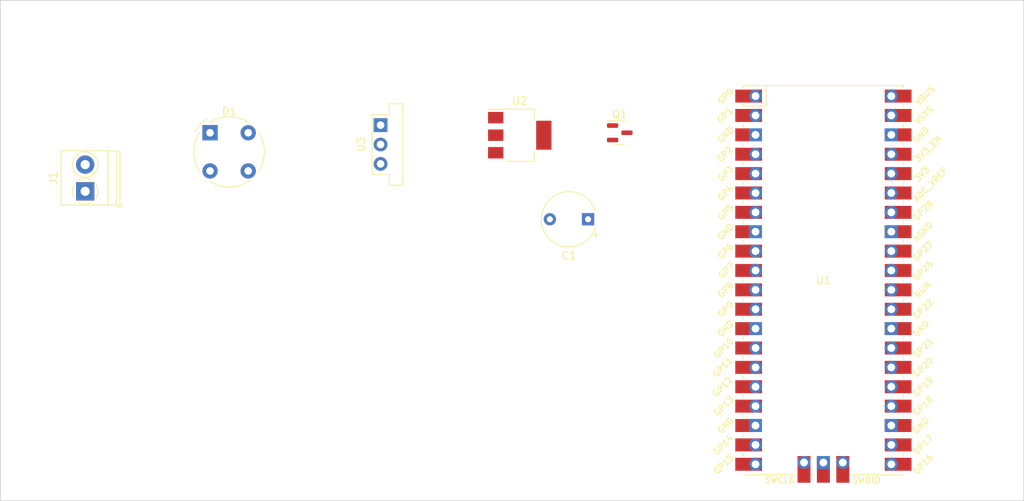
<source format=kicad_pcb>
(kicad_pcb (version 20211014) (generator pcbnew)
  (layers (0 "F.Cu" signal) (31 "B.Cu" signal) (34 "B.Paste" user) (35 "F.Paste" user) (36 "B.SilkS" user "B.Silkscreen") (37 "F.SilkS" user "F.Silkscreen") (38 "B.Mask" user) (39 "F.Mask" user) (44 "Edge.Cuts" user))
  (net 0 "")
  (net 1 "/5V")
  (net 2 "GND")
  (net 3 "Net-(D1-Pad1)")
  (net 4 "Net-(D1-Pad2)")
  (net 5 "Net-(D1-Pad4)")
  (net 6 "Net-(Q1-Pad1)")
  (net 7 "Net-(Q1-Pad2)")
  (net 8 "Net-(U2-Pad3)")
  (footprint "TerminalBlock_Phoenix:TerminalBlock_Phoenix_PT-1,5-2-3.5-H_1x02_P3.50mm_Horizontal" (layer "F.Cu") (at 59.154947 51.988653 90)
    (fp_text reference "J1" (at 1.75 -4.16 90) (layer "F.SilkS"))
    (fp_text value "Screw_Terminal_01x02")
    (fp_line (start 2.525 1.181) (end 2.431 1.274) (layer "F.SilkS") (width 0.12))
    (fp_line (start -2.05 4.16) (end -2.05 4.8) (layer "F.SilkS") (width 0.12))
    (fp_line (start 4.57 -1.275) (end 4.476 -1.181) (layer "F.SilkS") (width 0.12))
    (fp_line (start -2.05 4.8) (end -1.65 4.8) (layer "F.SilkS") (width 0.12))
    (fp_line (start -1.81 -3.16) (end 5.31 -3.16) (layer "F.SilkS") (width 0.12))
    (fp_line (start -1.81 4.1) (end 5.31 4.1) (layer "F.SilkS") (width 0.12))
    (fp_line (start -1.81 -3.16) (end -1.81 4.56) (layer "F.SilkS") (width 0.12))
    (fp_line (start -1.81 4.56) (end 5.31 4.56) (layer "F.SilkS") (width 0.12))
    (fp_line (start 4.775 -1.069) (end 4.646 -0.941) (layer "F.SilkS") (width 0.12))
    (fp_line (start -1.81 3) (end 5.31 3) (layer "F.SilkS") (width 0.12))
    (fp_line (start 2.355 0.941) (end 2.226 1.069) (layer "F.SilkS") (width 0.12))
    (fp_line (start 5.31 -3.16) (end 5.31 4.56) (layer "F.SilkS") (width 0.12))
    (fp_arc (start -0.889894 -1.425358) (mid -0.014012 -1.680286) (end 0.866 -1.44) (layer "F.SilkS") (width 0.12))
    (fp_arc (start -1.425358 0.889894) (mid -1.680286 0.014012) (end -1.44 -0.866) (layer "F.SilkS") (width 0.12))
    (fp_arc (start 0.028674 1.680099) (mid -0.435535 1.622918) (end -0.866 1.44) (layer "F.SilkS") (width 0.12))
    (fp_arc (start 0.890264 1.424721) (mid 0.463071 1.61492) (end 0 1.68) (layer "F.SilkS") (width 0.12))
    (fp_arc (start 1.425504 -0.890193) (mid 1.680626 0.000476) (end 1.425 0.891) (layer "F.SilkS") (width 0.12))
    (fp_circle (center 3.5 0) (end 5.18 0) (layer "F.SilkS") (width 0.12) (fill none))
    (pad "1" thru_hole rect (at 0 0 90) (size 2.4 2.4) (drill 1.2) (layers *.Cu *.Mask) (net 5 "Net-(D1-Pad4)"))
    (pad "2" thru_hole circle (at 3.5 0 90) (size 2.4 2.4) (drill 1.2) (layers *.Cu *.Mask) (net 4 "Net-(D1-Pad2)"))
  )
  (footprint "Package_TO_SOT_SMD:SOT-223-3_TabPin2" (layer "F.Cu") (at 116.061779 44.634728)
    (fp_text reference "U2" (at 0 -4.5) (layer "F.SilkS"))
    (fp_text value "AMS1117-5.0")
    (fp_line (start 1.91 -3.41) (end 1.91 -2.15) (layer "F.SilkS") (width 0.12))
    (fp_line (start -4.1 -3.41) (end 1.91 -3.41) (layer "F.SilkS") (width 0.12))
    (fp_line (start 1.91 3.41) (end 1.91 2.15) (layer "F.SilkS") (width 0.12))
    (fp_line (start -1.85 3.41) (end 1.91 3.41) (layer "F.SilkS") (width 0.12))
    (pad "1" smd rect (at -3.15 -2.3) (size 2 1.5) (layers "F.Cu" "F.Paste" "F.Mask") (net 2 "GND"))
    (pad "2" smd rect (at 3.15 0) (size 2 3.8) (layers "F.Cu" "F.Paste" "F.Mask") (net 1 "/5V"))
    (pad "2" smd rect (at -3.15 0) (size 2 1.5) (layers "F.Cu" "F.Paste" "F.Mask") (net 1 "/5V"))
    (pad "3" smd rect (at -3.15 2.3) (size 2 1.5) (layers "F.Cu" "F.Paste" "F.Mask") (net 8 "Net-(U2-Pad3)"))
  )
  (footprint "Converter_DCDC:Converter_DCDC_Murata_OKI-78SR_Vertical" (layer "F.Cu") (at 97.833182 43.313662 -90)
    (fp_text reference "U3" (at 2.54 2.54 90) (layer "F.SilkS"))
    (fp_text value "OKI-78SR-12_1.0-W36-C")
    (fp_line (start -1.4 -1.14) (end -2.79 -1.14) (layer "F.SilkS") (width 0.12))
    (fp_line (start -1.4 1.1) (end -1.4 -1.14) (layer "F.SilkS") (width 0.12))
    (fp_line (start 7.88 -1.14) (end 6.48 -1.14) (layer "F.SilkS") (width 0.12))
    (fp_line (start 7.88 -1.15) (end 7.88 -2.92) (layer "F.SilkS") (width 0.12))
    (fp_line (start 6.48 1.1) (end -1.4 1.1) (layer "F.SilkS") (width 0.12))
    (fp_line (start 7.88 -2.92) (end -2.79 -2.92) (layer "F.SilkS") (width 0.12))
    (fp_line (start -2.79 -2.92) (end -2.79 -1.14) (layer "F.SilkS") (width 0.12))
    (fp_line (start 6.48 -1.14) (end 6.48 1.1) (layer "F.SilkS") (width 0.12))
    (pad "1" thru_hole rect (at 0 0 270) (size 1.8 1.8) (drill 1) (layers *.Cu *.Mask) (net 3 "Net-(D1-Pad1)"))
    (pad "2" thru_hole circle (at 2.54 0 270) (size 1.8 1.8) (drill 1) (layers *.Cu *.Mask) (net 2 "GND"))
    (pad "3" thru_hole circle (at 5.08 0 270) (size 1.8 1.8) (drill 1) (layers *.Cu *.Mask) (net 8 "Net-(U2-Pad3)"))
  )
  (footprint "Capacitor_THT:CP_Radial_Tantal_D7.0mm_P5.00mm" (layer "F.Cu") (at 125.003775 55.652544 180)
    (fp_text reference "C1" (at 2.5 -4.75) (layer "F.SilkS"))
    (fp_text value "22uF")
    (fp_line (start -1.374723 -2.035) (end -0.674723 -2.035) (layer "F.SilkS") (width 0.12))
    (fp_line (start -1.024723 -2.385) (end -1.024723 -1.685) (layer "F.SilkS") (width 0.12))
    (fp_arc (start -0.961329 -1.06) (mid 6.12 0) (end -0.961329 1.06) (layer "F.SilkS") (width 0.12))
    (pad "1" thru_hole rect (at 0 0 180) (size 1.6 1.6) (drill 0.8) (layers *.Cu *.Mask) (net 1 "/5V"))
    (pad "2" thru_hole circle (at 5 0 180) (size 1.6 1.6) (drill 0.8) (layers *.Cu *.Mask) (net 2 "GND"))
  )
  (footprint "Package_TO_SOT_SMD:SOT-23" (layer "F.Cu") (at 129.155416 44.315371)
    (fp_text reference "Q1" (at 0 -2.4) (layer "F.SilkS"))
    (fp_text value "DMG2305UX-7")
    (fp_line (start 0 -1.56) (end -1.675 -1.56) (layer "F.SilkS") (width 0.12))
    (fp_line (start 0 1.56) (end 0.65 1.56) (layer "F.SilkS") (width 0.12))
    (fp_line (start 0 -1.56) (end 0.65 -1.56) (layer "F.SilkS") (width 0.12))
    (fp_line (start 0 1.56) (end -0.65 1.56) (layer "F.SilkS") (width 0.12))
    (pad "1" smd roundrect (at -0.9375 -0.95) (size 1.475 0.6) (layers "F.Cu" "F.Paste" "F.Mask") (net 6 "Net-(Q1-Pad1)"))
    (pad "2" smd roundrect (at -0.9375 0.95) (size 1.475 0.6) (layers "F.Cu" "F.Paste" "F.Mask") (net 7 "Net-(Q1-Pad2)"))
    (pad "3" smd roundrect (at 0.9375 0) (size 1.475 0.6) (layers "F.Cu" "F.Paste" "F.Mask") (net 1 "/5V"))
  )
  (footprint "MCU_RaspberryPi_and_Boards:RPi_Pico_SMD_TH" (layer "F.Cu") (at 155.821725 63.636469)
    (fp_text reference "U1" (at 0 0) (layer "F.SilkS"))
    (fp_text value "Pico")
    (fp_text user "GND" (at 12.8 -19.05 45) (layer "F.SilkS") (effects (font (size 0.8 0.8))))
    (fp_text user "GND" (at 12.8 19.05 45) (layer "F.SilkS") (effects (font (size 0.8 0.8))))
    (fp_text user "GP27" (at 13.054 -3.8 45) (layer "F.SilkS") (effects (font (size 0.8 0.8))))
    (fp_text user "GP5" (at -12.8 -8.89 45) (layer "F.SilkS") (effects (font (size 0.8 0.8))))
    (fp_text user "GP11" (at -13.2 11.43 45) (layer "F.SilkS") (effects (font (size 0.8 0.8))))
    (fp_text user "ADC_VREF" (at 14 -12.5 45) (layer "F.SilkS") (effects (font (size 0.8 0.8))))
    (fp_text user "GP0" (at -12.8 -24.13 45) (layer "F.SilkS") (effects (font (size 0.8 0.8))))
    (fp_text user "GP21" (at 13.054 8.9 45) (layer "F.SilkS") (effects (font (size 0.8 0.8))))
    (fp_text user "AGND" (at 13.054 -6.35 45) (layer "F.SilkS") (effects (font (size 0.8 0.8))))
    (fp_text user "GND" (at -12.8 19.05 45) (layer "F.SilkS") (effects (font (size 0.8 0.8))))
    (fp_text user "GP13" (at -13.054 16.51 45) (layer "F.SilkS") (effects (font (size 0.8 0.8))))
    (fp_text user "GP14" (at -13.1 21.59 45) (layer "F.SilkS") (effects (font (size 0.8 0.8))))
    (fp_text user "GP15" (at -13.054 24.13 45) (layer "F.SilkS") (effects (font (size 0.8 0.8))))
    (fp_text user "GP28" (at 13.054 -9.144 45) (layer "F.SilkS") (effects (font (size 0.8 0.8))))
    (fp_text user "RUN" (at 13 1.27 45) (layer "F.SilkS") (effects (font (size 0.8 0.8))))
    (fp_text user "VSYS" (at 13.2 -21.59 45) (layer "F.SilkS") (effects (font (size 0.8 0.8))))
    (fp_text user "SWDIO" (at 5.6 26.2) (layer "F.SilkS") (effects (font (size 0.8 0.8))))
    (fp_text user "GND" (at -12.8 -6.35 45) (layer "F.SilkS") (effects (font (size 0.8 0.8))))
    (fp_text user "GP26" (at 13.054 -1.27 45) (layer "F.SilkS") (effects (font (size 0.8 0.8))))
    (fp_text user "GP10" (at -13.054 8.89 45) (layer "F.SilkS") (effects (font (size 0.8 0.8))))
    (fp_text user "GP2" (at -12.9 -16.51 45) (layer "F.SilkS") (effects (font (size 0.8 0.8))))
    (fp_text user "VBUS" (at 13.3 -24.2 45) (layer "F.SilkS") (effects (font (size 0.8 0.8))))
    (fp_text user "GND" (at -12.8 6.35 45) (layer "F.SilkS") (effects (font (size 0.8 0.8))))
    (fp_text user "GP19" (at 13.054 13.97 45) (layer "F.SilkS") (effects (font (size 0.8 0.8))))
    (fp_text user "GP16" (at 13.054 24.13 45) (layer "F.SilkS") (effects (font (size 0.8 0.8))))
    (fp_text user "GP9" (at -12.8 3.81 45) (layer "F.SilkS") (effects (font (size 0.8 0.8))))
    (fp_text user "GP4" (at -12.8 -11.43 45) (layer "F.SilkS") (effects (font (size 0.8 0.8))))
    (fp_text user "GP17" (at 13.054 21.59 45) (layer "F.SilkS") (effects (font (size 0.8 0.8))))
    (fp_text user "GP8" (at -12.8 1.27 45) (layer "F.SilkS") (effects (font (size 0.8 0.8))))
    (fp_text user "GP18" (at 13.054 16.51 45) (layer "F.SilkS") (effects (font (size 0.8 0.8))))
    (fp_text user "GP22" (at 13.054 3.81 45) (layer "F.SilkS") (effects (font (size 0.8 0.8))))
    (fp_text user "3V3" (at 12.9 -13.9 45) (layer "F.SilkS") (effects (font (size 0.8 0.8))))
    (fp_text user "SWCLK" (at -5.7 26.2) (layer "F.SilkS") (effects (font (size 0.8 0.8))))
    (fp_text user "GND" (at 12.8 6.35 45) (layer "F.SilkS") (effects (font (size 0.8 0.8))))
    (fp_text user "GP7" (at -12.7 -1.3 45) (layer "F.SilkS") (effects (font (size 0.8 0.8))))
    (fp_text user "GP20" (at 13.054 11.43 45) (layer "F.SilkS") (effects (font (size 0.8 0.8))))
    (fp_text user "GND" (at -12.8 -19.05 45) (layer "F.SilkS") (effects (font (size 0.8 0.8))))
    (fp_text user "3V3_EN" (at 13.7 -17.2 45) (layer "F.SilkS") (effects (font (size 0.8 0.8))))
    (fp_text user "GP1" (at -12.9 -21.6 45) (layer "F.SilkS") (effects (font (size 0.8 0.8))))
    (fp_text user "GP3" (at -12.8 -13.97 45) (layer "F.SilkS") (effects (font (size 0.8 0.8))))
    (fp_text user "GP12" (at -13.2 13.97 45) (layer "F.SilkS") (effects (font (size 0.8 0.8))))
    (fp_text user "GP6" (at -12.8 -3.81 45) (layer "F.SilkS") (effects (font (size 0.8 0.8))))
    (fp_line (start 10.5 22.7) (end 10.5 23.1) (layer "F.SilkS") (width 0.12))
    (fp_line (start -10.5 12.5) (end -10.5 12.9) (layer "F.SilkS") (width 0.12))
    (fp_line (start 10.5 -20.5) (end 10.5 -20.1) (layer "F.SilkS") (width 0.12))
    (fp_line (start 10.5 -15.4) (end 10.5 -15) (layer "F.SilkS") (width 0.12))
    (fp_line (start -10.5 17.6) (end -10.5 18) (layer "F.SilkS") (width 0.12))
    (fp_line (start 1.1 25.5) (end 1.5 25.5) (layer "F.SilkS") (width 0.12))
    (fp_line (start 10.5 -7.8) (end 10.5 -7.4) (layer "F.SilkS") (width 0.12))
    (fp_line (start -10.5 -18) (end -10.5 -17.6) (layer "F.SilkS") (width 0.12))
    (fp_line (start 10.5 -12.9) (end 10.5 -12.5) (layer "F.SilkS") (width 0.12))
    (fp_line (start -10.5 -5.3) (end -10.5 -4.9) (layer "F.SilkS") (width 0.12))
    (fp_line (start -1.5 25.5) (end -1.1 25.5) (layer "F.SilkS") (width 0.12))
    (fp_line (start 10.5 4.9) (end 10.5 5.3) (layer "F.SilkS") (width 0.12))
    (fp_line (start 10.5 7.4) (end 10.5 7.8) (layer "F.SilkS") (width 0.12))
    (fp_line (start -10.5 -15.4) (end -10.5 -15) (layer "F.SilkS") (width 0.12))
    (fp_line (start -10.5 -2.7) (end -10.5 -2.3) (layer "F.SilkS") (width 0.12))
    (fp_line (start 10.5 12.5) (end 10.5 12.9) (layer "F.SilkS") (width 0.12))
    (fp_line (start 10.5 20.1) (end 10.5 20.5) (layer "F.SilkS") (width 0.12))
    (fp_line (start -10.5 7.4) (end -10.5 7.8) (layer "F.SilkS") (width 0.12))
    (fp_line (start 10.5 15.1) (end 10.5 15.5) (layer "F.SilkS") (width 0.12))
    (fp_line (start -10.5 -7.8) (end -10.5 -7.4) (layer "F.SilkS") (width 0.12))
    (fp_line (start -10.5 20.1) (end -10.5 20.5) (layer "F.SilkS") (width 0.12))
    (fp_line (start -10.5 -20.5) (end -10.5 -20.1) (layer "F.SilkS") (width 0.12))
    (fp_line (start -10.5 -12.9) (end -10.5 -12.5) (layer "F.SilkS") (width 0.12))
    (fp_line (start -10.5 -22.833) (end -7.493 -22.833) (layer "F.SilkS") (width 0.12))
    (fp_line (start 10.5 -25.5) (end 10.5 -25.2) (layer "F.SilkS") (width 0.12))
    (fp_line (start 10.5 25.5) (end 3.7 25.5) (layer "F.SilkS") (width 0.12))
    (fp_line (start -10.5 2.3) (end -10.5 2.7) (layer "F.SilkS") (width 0.12))
    (fp_line (start 10.5 -2.7) (end 10.5 -2.3) (layer "F.SilkS") (width 0.12))
    (fp_line (start 10.5 17.6) (end 10.5 18) (layer "F.SilkS") (width 0.12))
    (fp_line (start -7.493 -22.833) (end -7.493 -25.5) (layer "F.SilkS") (width 0.12))
    (fp_line (start 10.5 -0.2) (end 10.5 0.2) (layer "F.SilkS") (width 0.12))
    (fp_line (start 10.5 10) (end 10.5 10.4) (layer "F.SilkS") (width 0.12))
    (fp_line (start -10.5 -25.5) (end -10.5 -25.2) (layer "F.SilkS") (width 0.12))
    (fp_line (start -3.7 25.5) (end -10.5 25.5) (layer "F.SilkS") (width 0.12))
    (fp_line (start -10.5 -25.5) (end 10.5 -25.5) (layer "F.SilkS") (width 0.12))
    (fp_line (start -10.5 -10.4) (end -10.5 -10) (layer "F.SilkS") (width 0.12))
    (fp_line (start -10.5 -0.2) (end -10.5 0.2) (layer "F.SilkS") (width 0.12))
    (fp_line (start -10.5 10) (end -10.5 10.4) (layer "F.SilkS") (width 0.12))
    (fp_line (start 10.5 -23.1) (end 10.5 -22.7) (layer "F.SilkS") (width 0.12))
    (fp_line (start -10.5 15.1) (end -10.5 15.5) (layer "F.SilkS") (width 0.12))
    (fp_line (start 10.5 2.3) (end 10.5 2.7) (layer "F.SilkS") (width 0.12))
    (fp_line (start -10.5 -23.1) (end -10.5 -22.7) (layer "F.SilkS") (width 0.12))
    (fp_line (start -10.5 4.9) (end -10.5 5.3) (layer "F.SilkS") (width 0.12))
    (fp_line (start 10.5 -5.3) (end 10.5 -4.9) (layer "F.SilkS") (width 0.12))
    (fp_line (start 10.5 -10.4) (end 10.5 -10) (layer "F.SilkS") (width 0.12))
    (fp_line (start 10.5 -18) (end 10.5 -17.6) (layer "F.SilkS") (width 0.12))
    (fp_line (start -10.5 22.7) (end -10.5 23.1) (layer "F.SilkS") (width 0.12))
    (pad "" np_thru_hole oval locked (at 2.425 -20.97) (size 1.5 1.5) (drill 1.5) (layers *.Cu *.Mask))
    (pad "" np_thru_hole oval locked (at -2.725 -24) (size 1.8 1.8) (drill 1.8) (layers *.Cu *.Mask))
    (pad "" np_thru_hole oval locked (at -2.425 -20.97) (size 1.5 1.5) (drill 1.5) (layers *.Cu *.Mask))
    (pad "" np_thru_hole oval locked (at 2.725 -24) (size 1.8 1.8) (drill 1.8) (layers *.Cu *.Mask))
    (pad "1" smd rect locked (at -8.89 -24.13) (size 3.5 1.7) (drill (offset -0.9 0)) (layers "F.Cu" "F.Mask"))
    (pad "1" thru_hole oval locked (at -8.89 -24.13) (size 1.7 1.7) (drill 1.02) (layers *.Cu *.Mask))
    (pad "2" thru_hole oval locked (at -8.89 -21.59) (size 1.7 1.7) (drill 1.02) (layers *.Cu *.Mask))
    (pad "2" smd rect locked (at -8.89 -21.59) (size 3.5 1.7) (drill (offset -0.9 0)) (layers "F.Cu" "F.Mask"))
    (pad "3" thru_hole rect locked (at -8.89 -19.05) (size 1.7 1.7) (drill 1.02) (layers *.Cu *.Mask))
    (pad "3" smd rect locked (at -8.89 -19.05) (size 3.5 1.7) (drill (offset -0.9 0)) (layers "F.Cu" "F.Mask"))
    (pad "4" smd rect locked (at -8.89 -16.51) (size 3.5 1.7) (drill (offset -0.9 0)) (layers "F.Cu" "F.Mask"))
    (pad "4" thru_hole oval locked (at -8.89 -16.51) (size 1.7 1.7) (drill 1.02) (layers *.Cu *.Mask))
    (pad "5" thru_hole oval locked (at -8.89 -13.97) (size 1.7 1.7) (drill 1.02) (layers *.Cu *.Mask))
    (pad "5" smd rect locked (at -8.89 -13.97) (size 3.5 1.7) (drill (offset -0.9 0)) (layers "F.Cu" "F.Mask"))
    (pad "6" thru_hole oval locked (at -8.89 -11.43) (size 1.7 1.7) (drill 1.02) (layers *.Cu *.Mask))
    (pad "6" smd rect locked (at -8.89 -11.43) (size 3.5 1.7) (drill (offset -0.9 0)) (layers "F.Cu" "F.Mask"))
    (pad "7" thru_hole oval locked (at -8.89 -8.89) (size 1.7 1.7) (drill 1.02) (layers *.Cu *.Mask))
    (pad "7" smd rect locked (at -8.89 -8.89) (size 3.5 1.7) (drill (offset -0.9 0)) (layers "F.Cu" "F.Mask"))
    (pad "8" smd rect locked (at -8.89 -6.35) (size 3.5 1.7) (drill (offset -0.9 0)) (layers "F.Cu" "F.Mask"))
    (pad "8" thru_hole rect locked (at -8.89 -6.35) (size 1.7 1.7) (drill 1.02) (layers *.Cu *.Mask))
    (pad "9" smd rect locked (at -8.89 -3.81) (size 3.5 1.7) (drill (offset -0.9 0)) (layers "F.Cu" "F.Mask"))
    (pad "9" thru_hole oval locked (at -8.89 -3.81) (size 1.7 1.7) (drill 1.02) (layers *.Cu *.Mask))
    (pad "10" smd rect locked (at -8.89 -1.27) (size 3.5 1.7) (drill (offset -0.9 0)) (layers "F.Cu" "F.Mask"))
    (pad "10" thru_hole oval locked (at -8.89 -1.27) (size 1.7 1.7) (drill 1.02) (layers *.Cu *.Mask))
    (pad "11" thru_hole oval locked (at -8.89 1.27) (size 1.7 1.7) (drill 1.02) (layers *.Cu *.Mask))
    (pad "11" smd rect locked (at -8.89 1.27) (size 3.5 1.7) (drill (offset -0.9 0)) (layers "F.Cu" "F.Mask"))
    (pad "12" thru_hole oval locked (at -8.89 3.81) (size 1.7 1.7) (drill 1.02) (layers *.Cu *.Mask))
    (pad "12" smd rect locked (at -8.89 3.81) (size 3.5 1.7) (drill (offset -0.9 0)) (layers "F.Cu" "F.Mask"))
    (pad "13" smd rect locked (at -8.89 6.35) (size 3.5 1.7) (drill (offset -0.9 0)) (layers "F.Cu" "F.Mask"))
    (pad "13" thru_hole rect locked (at -8.89 6.35) (size 1.7 1.7) (drill 1.02) (layers *.Cu *.Mask))
    (pad "14" thru_hole oval locked (at -8.89 8.89) (size 1.7 1.7) (drill 1.02) (layers *.Cu *.Mask))
    (pad "14" smd rect locked (at -8.89 8.89) (size 3.5 1.7) (drill (offset -0.9 0)) (layers "F.Cu" "F.Mask"))
    (pad "15" smd rect locked (at -8.89 11.43) (size 3.5 1.7) (drill (offset -0.9 0)) (layers "F.Cu" "F.Mask"))
    (pad "15" thru_hole oval locked (at -8.89 11.43) (size 1.7 1.7) (drill 1.02) (layers *.Cu *.Mask))
    (pad "16" thru_hole oval locked (at -8.89 13.97) (size 1.7 1.7) (drill 1.02) (layers *.Cu *.Mask))
    (pad "16" smd rect locked (at -8.89 13.97) (size 3.5 1.7) (drill (offset -0.9 0)) (layers "F.Cu" "F.Mask"))
    (pad "17" thru_hole oval locked (at -8.89 16.51) (size 1.7 1.7) (drill 1.02) (layers *.Cu *.Mask))
    (pad "17" smd rect locked (at -8.89 16.51) (size 3.5 1.7) (drill (offset -0.9 0)) (layers "F.Cu" "F.Mask"))
    (pad "18" smd rect locked (at -8.89 19.05) (size 3.5 1.7) (drill (offset -0.9 0)) (layers "F.Cu" "F.Mask"))
    (pad "18" thru_hole rect locked (at -8.89 19.05) (size 1.7 1.7) (drill 1.02) (layers *.Cu *.Mask))
    (pad "19" smd rect locked (at -8.89 21.59) (size 3.5 1.7) (drill (offset -0.9 0)) (layers "F.Cu" "F.Mask"))
    (pad "19" thru_hole oval locked (at -8.89 21.59) (size 1.7 1.7) (drill 1.02) (layers *.Cu *.Mask))
    (pad "20" thru_hole oval locked (at -8.89 24.13) (size 1.7 1.7) (drill 1.02) (layers *.Cu *.Mask))
    (pad "20" smd rect locked (at -8.89 24.13) (size 3.5 1.7) (drill (offset -0.9 0)) (layers "F.Cu" "F.Mask"))
    (pad "21" smd rect locked (at 8.89 24.13) (size 3.5 1.7) (drill (offset 0.9 0)) (layers "F.Cu" "F.Mask"))
    (pad "21" thru_hole oval locked (at 8.89 24.13) (size 1.7 1.7) (drill 1.02) (layers *.Cu *.Mask))
    (pad "22" thru_hole oval locked (at 8.89 21.59) (size 1.7 1.7) (drill 1.02) (layers *.Cu *.Mask))
    (pad "22" smd rect locked (at 8.89 21.59) (size 3.5 1.7) (drill (offset 0.9 0)) (layers "F.Cu" "F.Mask"))
    (pad "23" thru_hole rect locked (at 8.89 19.05) (size 1.7 1.7) (drill 1.02) (layers *.Cu *.Mask))
    (pad "23" smd rect locked (at 8.89 19.05) (size 3.5 1.7) (drill (offset 0.9 0)) (layers "F.Cu" "F.Mask"))
    (pad "24" smd rect locked (at 8.89 16.51) (size 3.5 1.7) (drill (offset 0.9 0)) (layers "F.Cu" "F.Mask"))
    (pad "24" thru_hole oval locked (at 8.89 16.51) (size 1.7 1.7) (drill 1.02) (layers *.Cu *.Mask))
    (pad "25" smd rect locked (at 8.89 13.97) (size 3.5 1.7) (drill (offset 0.9 0)) (layers "F.Cu" "F.Mask"))
    (pad "25" thru_hole oval locked (at 8.89 13.97) (size 1.7 1.7) (drill 1.02) (layers *.Cu *.Mask))
    (pad "26" smd rect locked (at 8.89 11.43) (size 3.5 1.7) (drill (offset 0.9 0)) (layers "F.Cu" "F.Mask"))
    (pad "26" thru_hole oval locked (at 8.89 11.43) (size 1.7 1.7) (drill 1.02) (layers *.Cu *.Mask))
    (pad "27" thru_hole oval locked (at 8.89 8.89) (size 1.7 1.7) (drill 1.02) (layers *.Cu *.Mask))
    (pad "27" smd rect locked (at 8.89 8.89) (size 3.5 1.7) (drill (offset 0.9 0)) (layers "F.Cu" "F.Mask"))
    (pad "28" smd rect locked (at 8.89 6.35) (size 3.5 1.7) (drill (offset 0.9 0)) (layers "F.Cu" "F.Mask"))
    (pad "28" thru_hole rect locked (at 8.89 6.35) (size 1.7 1.7) (drill 1.02) (layers *.Cu *.Mask))
    (pad "29" smd rect locked (at 8.89 3.81) (size 3.5 1.7) (drill (offset 0.9 0)) (layers "F.Cu" "F.Mask"))
    (pad "29" thru_hole oval locked (at 8.89 3.81) (size 1.7 1.7) (drill 1.02) (layers *.Cu *.Mask))
    (pad "30" smd rect locked (at 8.89 1.27) (size 3.5 1.7) (drill (offset 0.9 0)) (layers "F.Cu" "F.Mask"))
    (pad "30" thru_hole oval locked (at 8.89 1.27) (size 1.7 1.7) (drill 1.02) (layers *.Cu *.Mask))
    (pad "31" thru_hole oval locked (at 8.89 -1.27) (size 1.7 1.7) (drill 1.02) (layers *.Cu *.Mask))
    (pad "31" smd rect locked (at 8.89 -1.27) (size 3.5 1.7) (drill (offset 0.9 0)) (layers "F.Cu" "F.Mask"))
    (pad "32" smd rect locked (at 8.89 -3.81) (size 3.5 1.7) (drill (offset 0.9 0)) (layers "F.Cu" "F.Mask"))
    (pad "32" thru_hole oval locked (at 8.89 -3.81) (size 1.7 1.7) (drill 1.02) (layers *.Cu *.Mask))
    (pad "33" smd rect locked (at 8.89 -6.35) (size 3.5 1.7) (drill (offset 0.9 0)) (layers "F.Cu" "F.Mask"))
    (pad "33" thru_hole rect locked (at 8.89 -6.35) (size 1.7 1.7) (drill 1.02) (layers *.Cu *.Mask))
    (pad "34" smd rect locked (at 8.89 -8.89) (size 3.5 1.7) (drill (offset 0.9 0)) (layers "F.Cu" "F.Mask"))
    (pad "34" thru_hole oval locked (at 8.89 -8.89) (size 1.7 1.7) (drill 1.02) (layers *.Cu *.Mask))
    (pad "35" smd rect locked (at 8.89 -11.43) (size 3.5 1.7) (drill (offset 0.9 0)) (layers "F.Cu" "F.Mask"))
    (pad "35" thru_hole oval locked (at 8.89 -11.43) (size 1.7 1.7) (drill 1.02) (layers *.Cu *.Mask))
    (pad "36" thru_hole oval locked (at 8.89 -13.97) (size 1.7 1.7) (drill 1.02) (layers *.Cu *.Mask))
    (pad "36" smd rect locked (at 8.89 -13.97) (size 3.5 1.7) (drill (offset 0.9 0)) (layers "F.Cu" "F.Mask"))
    (pad "37" smd rect locked (at 8.89 -16.51) (size 3.5 1.7) (drill (offset 0.9 0)) (layers "F.Cu" "F.Mask"))
    (pad "37" thru_hole oval locked (at 8.89 -16.51) (size 1.7 1.7) (drill 1.02) (layers *.Cu *.Mask))
    (pad "38" thru_hole rect locked (at 8.89 -19.05) (size 1.7 1.7) (drill 1.02) (layers *.Cu *.Mask))
    (pad "38" smd rect locked (at 8.89 -19.05) (size 3.5 1.7) (drill (offset 0.9 0)) (layers "F.Cu" "F.Mask"))
    (pad "39" thru_hole oval locked (at 8.89 -21.59) (size 1.7 1.7) (drill 1.02) (layers *.Cu *.Mask) (net 7 "Net-(Q1-Pad2)"))
    (pad "39" smd rect locked (at 8.89 -21.59) (size 3.5 1.7) (drill (offset 0.9 0)) (layers "F.Cu" "F.Mask") (net 7 "Net-(Q1-Pad2)"))
    (pad "40" smd rect locked (at 8.89 -24.13) (size 3.5 1.7) (drill (offset 0.9 0)) (layers "F.Cu" "F.Mask") (net 6 "Net-(Q1-Pad1)"))
    (pad "40" thru_hole oval locked (at 8.89 -24.13) (size 1.7 1.7) (drill 1.02) (layers *.Cu *.Mask) (net 6 "Net-(Q1-Pad1)"))
    (pad "41" thru_hole oval locked (at -2.54 23.9) (size 1.7 1.7) (drill 1.02) (layers *.Cu *.Mask))
    (pad "41" smd rect locked (at -2.54 23.9 90) (size 3.5 1.7) (drill (offset -0.9 0)) (layers "F.Cu" "F.Mask"))
    (pad "42" smd rect locked (at 0 23.9 90) (size 3.5 1.7) (drill (offset -0.9 0)) (layers "F.Cu" "F.Mask"))
    (pad "42" thru_hole rect locked (at 0 23.9) (size 1.7 1.7) (drill 1.02) (layers *.Cu *.Mask))
    (pad "43" smd rect locked (at 2.54 23.9 90) (size 3.5 1.7) (drill (offset -0.9 0)) (layers "F.Cu" "F.Mask"))
    (pad "43" thru_hole oval locked (at 2.54 23.9) (size 1.7 1.7) (drill 1.02) (layers *.Cu *.Mask))
  )
  (footprint "Diode_THT:Diode_Bridge_Round_D9.0mm" (layer "F.Cu") (at 75.50344 44.315371)
    (fp_text reference "D1" (at 2.54 -2.794) (layer "F.SilkS"))
    (fp_text value "RB151")
    (fp_arc (start -0.1 -1.3) (mid 2.595106 -2.103363) (end 5.254731 -1.189371) (layer "F.SilkS") (width 0.12))
    (fp_arc (start 6.35 -0.05) (mid 7.117021 2.590098) (end 6.247584 5.198261) (layer "F.SilkS") (width 0.12))
    (fp_arc (start -1.25 5.2) (mid -2.120355 2.569427) (end -1.329431 -0.086109) (layer "F.SilkS") (width 0.12))
    (fp_arc (start 5.25 6.2) (mid 2.657169 7.107363) (end 0.008533 6.3788) (layer "F.SilkS") (width 0.12))
    (fp_arc (start -1.954487 -0.183757) (mid -1.246061 -1.107219) (end -0.35 -1.85) (layer "F.SilkS") (width 0.12))
    (pad "1" thru_hole rect (at 0 0) (size 2 2) (drill 1) (layers *.Cu *.Mask) (net 3 "Net-(D1-Pad1)"))
    (pad "2" thru_hole oval (at 0 5) (size 2 2) (drill 1) (layers *.Cu *.Mask) (net 4 "Net-(D1-Pad2)"))
    (pad "3" thru_hole oval (at 5 5) (size 2 2) (drill 1) (layers *.Cu *.Mask) (net 2 "GND"))
    (pad "4" thru_hole oval (at 5 0) (size 2 2) (drill 1) (layers *.Cu *.Mask) (net 5 "Net-(D1-Pad4)"))
  )
  (gr_rect (start 48.052393 26.962265) (end 182.054232 92.545175) (layer "Edge.Cuts") (width 0.1) (fill none))
)
</source>
